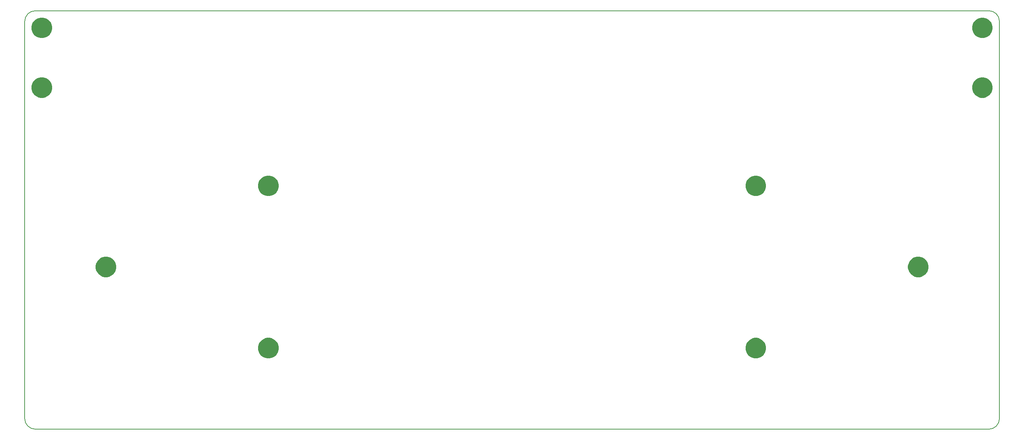
<source format=gbr>
%TF.GenerationSoftware,KiCad,Pcbnew,(5.1.2-1)-1*%
%TF.CreationDate,2019-08-21T16:13:26-07:00*%
%TF.ProjectId,plaid_bottom,706c6169-645f-4626-9f74-746f6d2e6b69,rev?*%
%TF.SameCoordinates,PX2faf080PY2faf080*%
%TF.FileFunction,Soldermask,Bot*%
%TF.FilePolarity,Negative*%
%FSLAX46Y46*%
G04 Gerber Fmt 4.6, Leading zero omitted, Abs format (unit mm)*
G04 Created by KiCad (PCBNEW (5.1.2-1)-1) date 2019-08-21 16:13:26*
%MOMM*%
%LPD*%
G04 APERTURE LIST*
%ADD10C,0.150000*%
G04 APERTURE END LIST*
D10*
X2500000Y-98000000D02*
G75*
G02X0Y-95500000I0J2500000D01*
G01*
X228000000Y-95500000D02*
G75*
G02X225500000Y-98000000I-2500000J0D01*
G01*
X225500000Y0D02*
G75*
G02X228000000Y-2500000I0J-2500000D01*
G01*
X0Y-2500000D02*
G75*
G02X2500000Y0I2500000J0D01*
G01*
X0Y-95500000D02*
X0Y-2500000D01*
X225500000Y-98000000D02*
X2500000Y-98000000D01*
X228000000Y-2500000D02*
X228000000Y-95500000D01*
X194500000Y0D02*
X225500000Y0D01*
X194500000Y0D02*
X2500000Y0D01*
G36*
X171700054Y-76692230D02*
G01*
X172136826Y-76873147D01*
X172529911Y-77135798D01*
X172864202Y-77470089D01*
X173126853Y-77863174D01*
X173307770Y-78299946D01*
X173400000Y-78763621D01*
X173400000Y-79236379D01*
X173307770Y-79700054D01*
X173126853Y-80136826D01*
X172864202Y-80529911D01*
X172529911Y-80864202D01*
X172136826Y-81126853D01*
X171700054Y-81307770D01*
X171236379Y-81400000D01*
X170763621Y-81400000D01*
X170299946Y-81307770D01*
X169863174Y-81126853D01*
X169470089Y-80864202D01*
X169135798Y-80529911D01*
X168873147Y-80136826D01*
X168692230Y-79700054D01*
X168600000Y-79236379D01*
X168600000Y-78763621D01*
X168692230Y-78299946D01*
X168873147Y-77863174D01*
X169135798Y-77470089D01*
X169470089Y-77135798D01*
X169863174Y-76873147D01*
X170299946Y-76692230D01*
X170763621Y-76600000D01*
X171236379Y-76600000D01*
X171700054Y-76692230D01*
X171700054Y-76692230D01*
G37*
G36*
X57700054Y-76692230D02*
G01*
X58136826Y-76873147D01*
X58529911Y-77135798D01*
X58864202Y-77470089D01*
X59126853Y-77863174D01*
X59307770Y-78299946D01*
X59400000Y-78763621D01*
X59400000Y-79236379D01*
X59307770Y-79700054D01*
X59126853Y-80136826D01*
X58864202Y-80529911D01*
X58529911Y-80864202D01*
X58136826Y-81126853D01*
X57700054Y-81307770D01*
X57236379Y-81400000D01*
X56763621Y-81400000D01*
X56299946Y-81307770D01*
X55863174Y-81126853D01*
X55470089Y-80864202D01*
X55135798Y-80529911D01*
X54873147Y-80136826D01*
X54692230Y-79700054D01*
X54600000Y-79236379D01*
X54600000Y-78763621D01*
X54692230Y-78299946D01*
X54873147Y-77863174D01*
X55135798Y-77470089D01*
X55470089Y-77135798D01*
X55863174Y-76873147D01*
X56299946Y-76692230D01*
X56763621Y-76600000D01*
X57236379Y-76600000D01*
X57700054Y-76692230D01*
X57700054Y-76692230D01*
G37*
G36*
X209700054Y-57692230D02*
G01*
X210136826Y-57873147D01*
X210529911Y-58135798D01*
X210864202Y-58470089D01*
X211126853Y-58863174D01*
X211307770Y-59299946D01*
X211400000Y-59763621D01*
X211400000Y-60236379D01*
X211307770Y-60700054D01*
X211126853Y-61136826D01*
X210864202Y-61529911D01*
X210529911Y-61864202D01*
X210136826Y-62126853D01*
X209700054Y-62307770D01*
X209236379Y-62400000D01*
X208763621Y-62400000D01*
X208299946Y-62307770D01*
X207863174Y-62126853D01*
X207470089Y-61864202D01*
X207135798Y-61529911D01*
X206873147Y-61136826D01*
X206692230Y-60700054D01*
X206600000Y-60236379D01*
X206600000Y-59763621D01*
X206692230Y-59299946D01*
X206873147Y-58863174D01*
X207135798Y-58470089D01*
X207470089Y-58135798D01*
X207863174Y-57873147D01*
X208299946Y-57692230D01*
X208763621Y-57600000D01*
X209236379Y-57600000D01*
X209700054Y-57692230D01*
X209700054Y-57692230D01*
G37*
G36*
X19700054Y-57692230D02*
G01*
X20136826Y-57873147D01*
X20529911Y-58135798D01*
X20864202Y-58470089D01*
X21126853Y-58863174D01*
X21307770Y-59299946D01*
X21400000Y-59763621D01*
X21400000Y-60236379D01*
X21307770Y-60700054D01*
X21126853Y-61136826D01*
X20864202Y-61529911D01*
X20529911Y-61864202D01*
X20136826Y-62126853D01*
X19700054Y-62307770D01*
X19236379Y-62400000D01*
X18763621Y-62400000D01*
X18299946Y-62307770D01*
X17863174Y-62126853D01*
X17470089Y-61864202D01*
X17135798Y-61529911D01*
X16873147Y-61136826D01*
X16692230Y-60700054D01*
X16600000Y-60236379D01*
X16600000Y-59763621D01*
X16692230Y-59299946D01*
X16873147Y-58863174D01*
X17135798Y-58470089D01*
X17470089Y-58135798D01*
X17863174Y-57873147D01*
X18299946Y-57692230D01*
X18763621Y-57600000D01*
X19236379Y-57600000D01*
X19700054Y-57692230D01*
X19700054Y-57692230D01*
G37*
G36*
X171700054Y-38692230D02*
G01*
X172136826Y-38873147D01*
X172529911Y-39135798D01*
X172864202Y-39470089D01*
X173126853Y-39863174D01*
X173307770Y-40299946D01*
X173400000Y-40763621D01*
X173400000Y-41236379D01*
X173307770Y-41700054D01*
X173126853Y-42136826D01*
X172864202Y-42529911D01*
X172529911Y-42864202D01*
X172136826Y-43126853D01*
X171700054Y-43307770D01*
X171236379Y-43400000D01*
X170763621Y-43400000D01*
X170299946Y-43307770D01*
X169863174Y-43126853D01*
X169470089Y-42864202D01*
X169135798Y-42529911D01*
X168873147Y-42136826D01*
X168692230Y-41700054D01*
X168600000Y-41236379D01*
X168600000Y-40763621D01*
X168692230Y-40299946D01*
X168873147Y-39863174D01*
X169135798Y-39470089D01*
X169470089Y-39135798D01*
X169863174Y-38873147D01*
X170299946Y-38692230D01*
X170763621Y-38600000D01*
X171236379Y-38600000D01*
X171700054Y-38692230D01*
X171700054Y-38692230D01*
G37*
G36*
X57700054Y-38692230D02*
G01*
X58136826Y-38873147D01*
X58529911Y-39135798D01*
X58864202Y-39470089D01*
X59126853Y-39863174D01*
X59307770Y-40299946D01*
X59400000Y-40763621D01*
X59400000Y-41236379D01*
X59307770Y-41700054D01*
X59126853Y-42136826D01*
X58864202Y-42529911D01*
X58529911Y-42864202D01*
X58136826Y-43126853D01*
X57700054Y-43307770D01*
X57236379Y-43400000D01*
X56763621Y-43400000D01*
X56299946Y-43307770D01*
X55863174Y-43126853D01*
X55470089Y-42864202D01*
X55135798Y-42529911D01*
X54873147Y-42136826D01*
X54692230Y-41700054D01*
X54600000Y-41236379D01*
X54600000Y-40763621D01*
X54692230Y-40299946D01*
X54873147Y-39863174D01*
X55135798Y-39470089D01*
X55470089Y-39135798D01*
X55863174Y-38873147D01*
X56299946Y-38692230D01*
X56763621Y-38600000D01*
X57236379Y-38600000D01*
X57700054Y-38692230D01*
X57700054Y-38692230D01*
G37*
G36*
X224700054Y-15692230D02*
G01*
X225136826Y-15873147D01*
X225529911Y-16135798D01*
X225864202Y-16470089D01*
X226126853Y-16863174D01*
X226307770Y-17299946D01*
X226400000Y-17763621D01*
X226400000Y-18236379D01*
X226307770Y-18700054D01*
X226126853Y-19136826D01*
X225864202Y-19529911D01*
X225529911Y-19864202D01*
X225136826Y-20126853D01*
X224700054Y-20307770D01*
X224236379Y-20400000D01*
X223763621Y-20400000D01*
X223299946Y-20307770D01*
X222863174Y-20126853D01*
X222470089Y-19864202D01*
X222135798Y-19529911D01*
X221873147Y-19136826D01*
X221692230Y-18700054D01*
X221600000Y-18236379D01*
X221600000Y-17763621D01*
X221692230Y-17299946D01*
X221873147Y-16863174D01*
X222135798Y-16470089D01*
X222470089Y-16135798D01*
X222863174Y-15873147D01*
X223299946Y-15692230D01*
X223763621Y-15600000D01*
X224236379Y-15600000D01*
X224700054Y-15692230D01*
X224700054Y-15692230D01*
G37*
G36*
X4700054Y-15692230D02*
G01*
X5136826Y-15873147D01*
X5529911Y-16135798D01*
X5864202Y-16470089D01*
X6126853Y-16863174D01*
X6307770Y-17299946D01*
X6400000Y-17763621D01*
X6400000Y-18236379D01*
X6307770Y-18700054D01*
X6126853Y-19136826D01*
X5864202Y-19529911D01*
X5529911Y-19864202D01*
X5136826Y-20126853D01*
X4700054Y-20307770D01*
X4236379Y-20400000D01*
X3763621Y-20400000D01*
X3299946Y-20307770D01*
X2863174Y-20126853D01*
X2470089Y-19864202D01*
X2135798Y-19529911D01*
X1873147Y-19136826D01*
X1692230Y-18700054D01*
X1600000Y-18236379D01*
X1600000Y-17763621D01*
X1692230Y-17299946D01*
X1873147Y-16863174D01*
X2135798Y-16470089D01*
X2470089Y-16135798D01*
X2863174Y-15873147D01*
X3299946Y-15692230D01*
X3763621Y-15600000D01*
X4236379Y-15600000D01*
X4700054Y-15692230D01*
X4700054Y-15692230D01*
G37*
G36*
X224700054Y-1692230D02*
G01*
X225136826Y-1873147D01*
X225529911Y-2135798D01*
X225864202Y-2470089D01*
X226126853Y-2863174D01*
X226307770Y-3299946D01*
X226400000Y-3763621D01*
X226400000Y-4236379D01*
X226307770Y-4700054D01*
X226126853Y-5136826D01*
X225864202Y-5529911D01*
X225529911Y-5864202D01*
X225136826Y-6126853D01*
X224700054Y-6307770D01*
X224236379Y-6400000D01*
X223763621Y-6400000D01*
X223299946Y-6307770D01*
X222863174Y-6126853D01*
X222470089Y-5864202D01*
X222135798Y-5529911D01*
X221873147Y-5136826D01*
X221692230Y-4700054D01*
X221600000Y-4236379D01*
X221600000Y-3763621D01*
X221692230Y-3299946D01*
X221873147Y-2863174D01*
X222135798Y-2470089D01*
X222470089Y-2135798D01*
X222863174Y-1873147D01*
X223299946Y-1692230D01*
X223763621Y-1600000D01*
X224236379Y-1600000D01*
X224700054Y-1692230D01*
X224700054Y-1692230D01*
G37*
G36*
X4700054Y-1692230D02*
G01*
X5136826Y-1873147D01*
X5529911Y-2135798D01*
X5864202Y-2470089D01*
X6126853Y-2863174D01*
X6307770Y-3299946D01*
X6400000Y-3763621D01*
X6400000Y-4236379D01*
X6307770Y-4700054D01*
X6126853Y-5136826D01*
X5864202Y-5529911D01*
X5529911Y-5864202D01*
X5136826Y-6126853D01*
X4700054Y-6307770D01*
X4236379Y-6400000D01*
X3763621Y-6400000D01*
X3299946Y-6307770D01*
X2863174Y-6126853D01*
X2470089Y-5864202D01*
X2135798Y-5529911D01*
X1873147Y-5136826D01*
X1692230Y-4700054D01*
X1600000Y-4236379D01*
X1600000Y-3763621D01*
X1692230Y-3299946D01*
X1873147Y-2863174D01*
X2135798Y-2470089D01*
X2470089Y-2135798D01*
X2863174Y-1873147D01*
X3299946Y-1692230D01*
X3763621Y-1600000D01*
X4236379Y-1600000D01*
X4700054Y-1692230D01*
X4700054Y-1692230D01*
G37*
M02*

</source>
